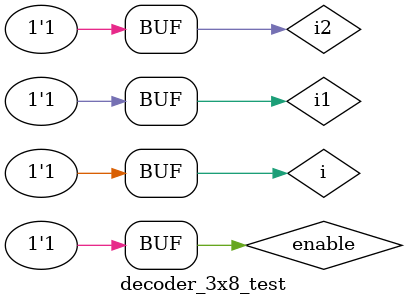
<source format=v>
`timescale 1ns / 1ps

module decoder_3x8_test;

	reg i;
	reg i1;
	reg i2;
	reg enable;

	wire a;
	wire b;
	wire c;
	wire d;
	wire e;
	wire f;
	wire g;
	wire h;

	decoder_3x8 uut (
		.i(i),
		.i1(i1),
		.i2(i2),
		.enable(enable),
		.a(a),
		.b(b),
		.c(c),
		.d(d),
		.e(e),
		.f(f),
		.g(g),
		.h(h)
	);

	initial begin
	
		i = 0;
		i1 = 0;
		i2 = 0;
		enable = 0;
		#50;
      repeat(15)
		begin
		enable = enable^(i&i1&i2);
		i2 = i2^(i&i1);
		i1 = i1^(i);
		i = i^1;
		#50;
		end
	end

endmodule

</source>
